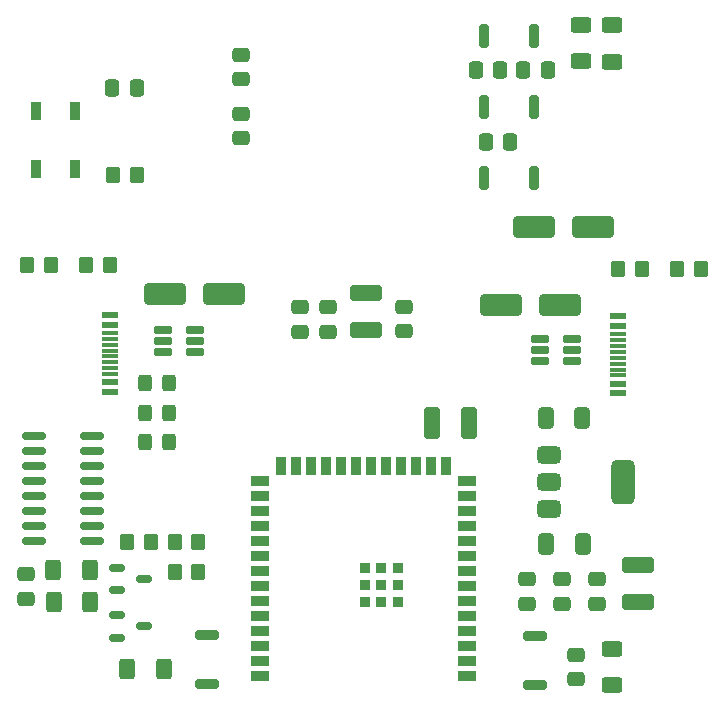
<source format=gbr>
%TF.GenerationSoftware,KiCad,Pcbnew,9.0.6*%
%TF.CreationDate,2025-12-12T18:11:39+01:00*%
%TF.ProjectId,PCB,5043422e-6b69-4636-9164-5f7063625858,rev?*%
%TF.SameCoordinates,Original*%
%TF.FileFunction,Paste,Top*%
%TF.FilePolarity,Positive*%
%FSLAX46Y46*%
G04 Gerber Fmt 4.6, Leading zero omitted, Abs format (unit mm)*
G04 Created by KiCad (PCBNEW 9.0.6) date 2025-12-12 18:11:39*
%MOMM*%
%LPD*%
G01*
G04 APERTURE LIST*
G04 Aperture macros list*
%AMRoundRect*
0 Rectangle with rounded corners*
0 $1 Rounding radius*
0 $2 $3 $4 $5 $6 $7 $8 $9 X,Y pos of 4 corners*
0 Add a 4 corners polygon primitive as box body*
4,1,4,$2,$3,$4,$5,$6,$7,$8,$9,$2,$3,0*
0 Add four circle primitives for the rounded corners*
1,1,$1+$1,$2,$3*
1,1,$1+$1,$4,$5*
1,1,$1+$1,$6,$7*
1,1,$1+$1,$8,$9*
0 Add four rect primitives between the rounded corners*
20,1,$1+$1,$2,$3,$4,$5,0*
20,1,$1+$1,$4,$5,$6,$7,0*
20,1,$1+$1,$6,$7,$8,$9,0*
20,1,$1+$1,$8,$9,$2,$3,0*%
G04 Aperture macros list end*
%ADD10RoundRect,0.250000X0.400000X0.625000X-0.400000X0.625000X-0.400000X-0.625000X0.400000X-0.625000X0*%
%ADD11RoundRect,0.250000X-0.412500X-0.650000X0.412500X-0.650000X0.412500X0.650000X-0.412500X0.650000X0*%
%ADD12RoundRect,0.162500X0.617500X0.162500X-0.617500X0.162500X-0.617500X-0.162500X0.617500X-0.162500X0*%
%ADD13RoundRect,0.090000X-0.360000X0.660000X-0.360000X-0.660000X0.360000X-0.660000X0.360000X0.660000X0*%
%ADD14RoundRect,0.200000X0.800000X-0.200000X0.800000X0.200000X-0.800000X0.200000X-0.800000X-0.200000X0*%
%ADD15RoundRect,0.150000X-0.512500X-0.150000X0.512500X-0.150000X0.512500X0.150000X-0.512500X0.150000X0*%
%ADD16RoundRect,0.250000X-1.500000X-0.650000X1.500000X-0.650000X1.500000X0.650000X-1.500000X0.650000X0*%
%ADD17RoundRect,0.250000X-0.475000X0.337500X-0.475000X-0.337500X0.475000X-0.337500X0.475000X0.337500X0*%
%ADD18RoundRect,0.200000X-0.200000X-0.800000X0.200000X-0.800000X0.200000X0.800000X-0.200000X0.800000X0*%
%ADD19RoundRect,0.375000X-0.625000X-0.375000X0.625000X-0.375000X0.625000X0.375000X-0.625000X0.375000X0*%
%ADD20RoundRect,0.500000X-0.500000X-1.400000X0.500000X-1.400000X0.500000X1.400000X-0.500000X1.400000X0*%
%ADD21RoundRect,0.250000X-0.350000X-0.450000X0.350000X-0.450000X0.350000X0.450000X-0.350000X0.450000X0*%
%ADD22RoundRect,0.250000X-1.100000X0.412500X-1.100000X-0.412500X1.100000X-0.412500X1.100000X0.412500X0*%
%ADD23RoundRect,0.250000X0.325000X0.450000X-0.325000X0.450000X-0.325000X-0.450000X0.325000X-0.450000X0*%
%ADD24RoundRect,0.250000X-0.337500X-0.475000X0.337500X-0.475000X0.337500X0.475000X-0.337500X0.475000X0*%
%ADD25RoundRect,0.250000X-0.625000X0.400000X-0.625000X-0.400000X0.625000X-0.400000X0.625000X0.400000X0*%
%ADD26R,1.450000X0.600000*%
%ADD27R,1.450000X0.300000*%
%ADD28RoundRect,0.250000X0.475000X-0.337500X0.475000X0.337500X-0.475000X0.337500X-0.475000X-0.337500X0*%
%ADD29RoundRect,0.150000X0.825000X0.150000X-0.825000X0.150000X-0.825000X-0.150000X0.825000X-0.150000X0*%
%ADD30RoundRect,0.162500X-0.617500X-0.162500X0.617500X-0.162500X0.617500X0.162500X-0.617500X0.162500X0*%
%ADD31RoundRect,0.250000X0.350000X0.450000X-0.350000X0.450000X-0.350000X-0.450000X0.350000X-0.450000X0*%
%ADD32RoundRect,0.250000X0.412500X0.650000X-0.412500X0.650000X-0.412500X-0.650000X0.412500X-0.650000X0*%
%ADD33RoundRect,0.250000X0.412500X1.100000X-0.412500X1.100000X-0.412500X-1.100000X0.412500X-1.100000X0*%
%ADD34RoundRect,0.250000X1.100000X-0.412500X1.100000X0.412500X-1.100000X0.412500X-1.100000X-0.412500X0*%
%ADD35RoundRect,0.250000X1.500000X0.650000X-1.500000X0.650000X-1.500000X-0.650000X1.500000X-0.650000X0*%
%ADD36RoundRect,0.250000X0.337500X0.475000X-0.337500X0.475000X-0.337500X-0.475000X0.337500X-0.475000X0*%
%ADD37R,0.900000X0.900000*%
%ADD38R,1.500000X0.900000*%
%ADD39R,0.900000X1.500000*%
G04 APERTURE END LIST*
D10*
%TO.C,R14*%
X142850000Y-129550000D03*
X139750000Y-129550000D03*
%TD*%
%TO.C,R13*%
X142800000Y-126800000D03*
X139700000Y-126800000D03*
%TD*%
D11*
%TO.C,C5*%
X181475000Y-124600000D03*
X184600000Y-124600000D03*
%TD*%
D12*
%TO.C,U2*%
X183600000Y-109150000D03*
X183600000Y-108200000D03*
X183600000Y-107250000D03*
X180900000Y-107250000D03*
X180900000Y-108200000D03*
X180900000Y-109150000D03*
%TD*%
D13*
%TO.C,D6*%
X141600000Y-88000000D03*
X138300000Y-88000000D03*
X138300000Y-92900000D03*
X141600000Y-92900000D03*
%TD*%
D14*
%TO.C,SW1*%
X152750000Y-136500000D03*
X152750000Y-132300000D03*
%TD*%
D15*
%TO.C,Q1*%
X145125000Y-130650000D03*
X145125000Y-132550000D03*
X147400000Y-131600000D03*
%TD*%
D16*
%TO.C,D4*%
X177600000Y-104400000D03*
X182600000Y-104400000D03*
%TD*%
D17*
%TO.C,C1*%
X137400000Y-127200000D03*
X137400000Y-129275000D03*
%TD*%
D18*
%TO.C,SW5*%
X176200000Y-93600000D03*
X180400000Y-93600000D03*
%TD*%
D19*
%TO.C,U4*%
X181700000Y-117050000D03*
X181700000Y-119350000D03*
D20*
X188000000Y-119350000D03*
D19*
X181700000Y-121650000D03*
%TD*%
D21*
%TO.C,R12*%
X142500000Y-101000000D03*
X144500000Y-101000000D03*
%TD*%
D14*
%TO.C,SW2*%
X180500000Y-136600000D03*
X180500000Y-132400000D03*
%TD*%
D17*
%TO.C,C2*%
X184000000Y-134000000D03*
X184000000Y-136075000D03*
%TD*%
D22*
%TO.C,C9*%
X189200000Y-126400000D03*
X189200000Y-129525000D03*
%TD*%
D23*
%TO.C,D2*%
X149500000Y-111000000D03*
X147450000Y-111000000D03*
%TD*%
D17*
%TO.C,C19*%
X179800000Y-127600000D03*
X179800000Y-129675000D03*
%TD*%
D24*
%TO.C,C16*%
X176325000Y-90600000D03*
X178400000Y-90600000D03*
%TD*%
D25*
%TO.C,R6*%
X187000000Y-80700000D03*
X187000000Y-83800000D03*
%TD*%
D16*
%TO.C,D5*%
X180400000Y-97800000D03*
X185400000Y-97800000D03*
%TD*%
D26*
%TO.C,J3*%
X144545000Y-105250000D03*
X144545000Y-106050000D03*
D27*
X144545000Y-107250000D03*
X144545000Y-108250000D03*
X144545000Y-108750000D03*
X144545000Y-109750000D03*
D26*
X144545000Y-110950000D03*
X144545000Y-111750000D03*
X144545000Y-111750000D03*
X144545000Y-110950000D03*
D27*
X144545000Y-110250000D03*
X144545000Y-109250000D03*
X144545000Y-107750000D03*
X144545000Y-106750000D03*
D26*
X144545000Y-106050000D03*
X144545000Y-105250000D03*
%TD*%
D28*
%TO.C,C4*%
X155600000Y-85275000D03*
X155600000Y-83200000D03*
%TD*%
D29*
%TO.C,U1*%
X143000000Y-124340000D03*
X143000000Y-123070000D03*
X143000000Y-121800000D03*
X143000000Y-120530000D03*
X143000000Y-119260000D03*
X143000000Y-117990000D03*
X143000000Y-116720000D03*
X143000000Y-115450000D03*
X138050000Y-115450000D03*
X138050000Y-116720000D03*
X138050000Y-117990000D03*
X138050000Y-119260000D03*
X138050000Y-120530000D03*
X138050000Y-121800000D03*
X138050000Y-123070000D03*
X138050000Y-124340000D03*
%TD*%
D18*
%TO.C,SW4*%
X176200000Y-87600000D03*
X180400000Y-87600000D03*
%TD*%
D28*
%TO.C,C6*%
X169400000Y-106600000D03*
X169400000Y-104525000D03*
%TD*%
D30*
%TO.C,U3*%
X149050000Y-106500000D03*
X149050000Y-107450000D03*
X149050000Y-108400000D03*
X151750000Y-108400000D03*
X151750000Y-107450000D03*
X151750000Y-106500000D03*
%TD*%
D31*
%TO.C,R4*%
X152000000Y-127000000D03*
X150000000Y-127000000D03*
%TD*%
D32*
%TO.C,C7*%
X184525000Y-114000000D03*
X181400000Y-114000000D03*
%TD*%
D33*
%TO.C,C17*%
X174900000Y-114400000D03*
X171775000Y-114400000D03*
%TD*%
D21*
%TO.C,R9*%
X150000000Y-124500000D03*
X152000000Y-124500000D03*
%TD*%
D15*
%TO.C,Q2*%
X145125000Y-126650000D03*
X145125000Y-128550000D03*
X147400000Y-127600000D03*
%TD*%
D24*
%TO.C,C12*%
X144725000Y-86000000D03*
X146800000Y-86000000D03*
%TD*%
D34*
%TO.C,C18*%
X166200000Y-106525000D03*
X166200000Y-103400000D03*
%TD*%
D35*
%TO.C,D3*%
X154200000Y-103500000D03*
X149200000Y-103500000D03*
%TD*%
D23*
%TO.C,D1*%
X149550000Y-116000000D03*
X147500000Y-116000000D03*
%TD*%
D21*
%TO.C,R2*%
X192555000Y-101360000D03*
X194555000Y-101360000D03*
%TD*%
%TO.C,R3*%
X187555000Y-101360000D03*
X189555000Y-101360000D03*
%TD*%
D31*
%TO.C,R8*%
X148000000Y-124500000D03*
X146000000Y-124500000D03*
%TD*%
D25*
%TO.C,R10*%
X187000000Y-133500000D03*
X187000000Y-136600000D03*
%TD*%
D21*
%TO.C,R11*%
X137500000Y-101000000D03*
X139500000Y-101000000D03*
%TD*%
D26*
%TO.C,J1*%
X187555000Y-111860000D03*
X187555000Y-111060000D03*
D27*
X187555000Y-109860000D03*
X187555000Y-108860000D03*
X187555000Y-108360000D03*
X187555000Y-107360000D03*
D26*
X187555000Y-106160000D03*
X187555000Y-105360000D03*
X187555000Y-105360000D03*
X187555000Y-106160000D03*
D27*
X187555000Y-106860000D03*
X187555000Y-107860000D03*
X187555000Y-109360000D03*
X187555000Y-110360000D03*
D26*
X187555000Y-111060000D03*
X187555000Y-111860000D03*
%TD*%
D17*
%TO.C,C11*%
X182800000Y-127600000D03*
X182800000Y-129675000D03*
%TD*%
D31*
%TO.C,R7*%
X146800000Y-93400000D03*
X144800000Y-93400000D03*
%TD*%
D24*
%TO.C,C14*%
X179500000Y-84500000D03*
X181575000Y-84500000D03*
%TD*%
D23*
%TO.C,D7*%
X149550000Y-113500000D03*
X147500000Y-113500000D03*
%TD*%
D25*
%TO.C,R5*%
X184400000Y-80650000D03*
X184400000Y-83750000D03*
%TD*%
D28*
%TO.C,C8*%
X163000000Y-106675000D03*
X163000000Y-104600000D03*
%TD*%
%TO.C,C13*%
X155600000Y-90275000D03*
X155600000Y-88200000D03*
%TD*%
D36*
%TO.C,C15*%
X177575000Y-84500000D03*
X175500000Y-84500000D03*
%TD*%
D28*
%TO.C,C3*%
X160600000Y-106675000D03*
X160600000Y-104600000D03*
%TD*%
D10*
%TO.C,R1*%
X149100000Y-135200000D03*
X146000000Y-135200000D03*
%TD*%
D37*
%TO.C,U6*%
X168900000Y-126700000D03*
X168895606Y-129500000D03*
X168895606Y-128100000D03*
X167500000Y-126700000D03*
X167495606Y-129500000D03*
X167495606Y-128100000D03*
X166100000Y-126700000D03*
X166095606Y-129500000D03*
X166095606Y-128100000D03*
D38*
X174745606Y-135820000D03*
X174745606Y-134550000D03*
X174745606Y-133280000D03*
X174745606Y-132010000D03*
X174745606Y-130740000D03*
X174745606Y-129470000D03*
X174745606Y-128200000D03*
X174745606Y-126930000D03*
X174745606Y-125660000D03*
X174745606Y-124390000D03*
X174745606Y-123120000D03*
X174745606Y-121850000D03*
X174745606Y-120580000D03*
X174745606Y-119310000D03*
D39*
X172980606Y-118060000D03*
X171710606Y-118060000D03*
X170440606Y-118060000D03*
X169170606Y-118060000D03*
X167900606Y-118060000D03*
X166630606Y-118060000D03*
X165360606Y-118060000D03*
X164090606Y-118060000D03*
X162820606Y-118060000D03*
X161550606Y-118060000D03*
X160280606Y-118060000D03*
X159010606Y-118060000D03*
D38*
X157245606Y-119310000D03*
X157245606Y-120580000D03*
X157245606Y-121850000D03*
X157245606Y-123120000D03*
X157245606Y-124390000D03*
X157245606Y-125660000D03*
X157245606Y-126930000D03*
X157245606Y-128200000D03*
X157245606Y-129470000D03*
X157245606Y-130740000D03*
X157245606Y-132010000D03*
X157245606Y-133280000D03*
X157245606Y-134550000D03*
X157245606Y-135820000D03*
%TD*%
D18*
%TO.C,SW3*%
X176200000Y-81600000D03*
X180400000Y-81600000D03*
%TD*%
D17*
%TO.C,C10*%
X185800000Y-127600000D03*
X185800000Y-129675000D03*
%TD*%
M02*

</source>
